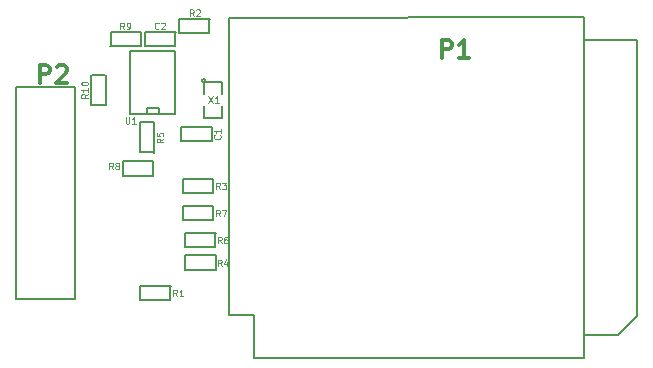
<source format=gto>
G04 (created by PCBNEW-RS274X (2011-11-27 BZR 3249)-stable) date 21/02/2012 2:28:41 p.m.*
G01*
G70*
G90*
%MOIN*%
G04 Gerber Fmt 3.4, Leading zero omitted, Abs format*
%FSLAX34Y34*%
G04 APERTURE LIST*
%ADD10C,0.006000*%
%ADD11C,0.005000*%
%ADD12C,0.004300*%
%ADD13C,0.011800*%
%ADD14C,0.012000*%
G04 APERTURE END LIST*
G54D10*
G54D11*
X30427Y-23322D02*
X30426Y-23331D01*
X30423Y-23341D01*
X30418Y-23349D01*
X30412Y-23357D01*
X30404Y-23363D01*
X30396Y-23368D01*
X30387Y-23370D01*
X30377Y-23371D01*
X30368Y-23371D01*
X30359Y-23368D01*
X30350Y-23363D01*
X30343Y-23357D01*
X30336Y-23350D01*
X30332Y-23341D01*
X30329Y-23332D01*
X30328Y-23322D01*
X30328Y-23313D01*
X30331Y-23304D01*
X30335Y-23295D01*
X30342Y-23288D01*
X30349Y-23281D01*
X30357Y-23277D01*
X30367Y-23274D01*
X30376Y-23273D01*
X30385Y-23273D01*
X30395Y-23276D01*
X30403Y-23280D01*
X30411Y-23286D01*
X30417Y-23294D01*
X30422Y-23302D01*
X30425Y-23311D01*
X30426Y-23321D01*
X30427Y-23322D01*
X30377Y-23772D02*
X30377Y-23372D01*
X30377Y-23372D02*
X30977Y-23372D01*
X30977Y-23372D02*
X30977Y-23772D01*
X30977Y-24172D02*
X30977Y-24572D01*
X30977Y-24572D02*
X30377Y-24572D01*
X30377Y-24572D02*
X30377Y-24172D01*
X29381Y-24452D02*
X29431Y-24452D01*
X29431Y-24452D02*
X29431Y-22352D01*
X27931Y-22352D02*
X27931Y-24452D01*
X27931Y-24452D02*
X29381Y-24452D01*
X28481Y-24452D02*
X28481Y-24252D01*
X28481Y-24252D02*
X28881Y-24252D01*
X28881Y-24252D02*
X28881Y-24452D01*
X27931Y-22352D02*
X29431Y-22352D01*
X28292Y-21697D02*
X27288Y-21697D01*
X27268Y-22169D02*
X28292Y-22169D01*
X28292Y-22169D02*
X28292Y-21697D01*
X27279Y-22165D02*
X27279Y-21705D01*
X29634Y-25354D02*
X30638Y-25354D01*
X30658Y-24882D02*
X29634Y-24882D01*
X29634Y-24882D02*
X29634Y-25354D01*
X30647Y-24886D02*
X30647Y-25346D01*
X28417Y-22169D02*
X29421Y-22169D01*
X29441Y-21697D02*
X28417Y-21697D01*
X28417Y-21697D02*
X28417Y-22169D01*
X29430Y-21701D02*
X29430Y-22161D01*
X44824Y-31172D02*
X44824Y-21992D01*
X44824Y-21992D02*
X43064Y-21992D01*
X44184Y-31812D02*
X43084Y-31812D01*
X44184Y-31812D02*
X44824Y-31172D01*
X43064Y-21212D02*
X43064Y-32592D01*
X43064Y-32592D02*
X32064Y-32592D01*
X32064Y-32592D02*
X32064Y-32412D01*
X31204Y-21232D02*
X43064Y-21212D01*
X32064Y-32392D02*
X32064Y-31132D01*
X32064Y-31132D02*
X31204Y-31132D01*
X31204Y-31132D02*
X31204Y-21232D01*
X28256Y-30645D02*
X29260Y-30645D01*
X29280Y-30173D02*
X28256Y-30173D01*
X28256Y-30173D02*
X28256Y-30645D01*
X29269Y-30177D02*
X29269Y-30637D01*
X29547Y-21740D02*
X30551Y-21740D01*
X30571Y-21268D02*
X29547Y-21268D01*
X29547Y-21268D02*
X29547Y-21740D01*
X30560Y-21272D02*
X30560Y-21732D01*
X30701Y-26618D02*
X29697Y-26618D01*
X29677Y-27090D02*
X30701Y-27090D01*
X30701Y-27090D02*
X30701Y-26618D01*
X29688Y-27086D02*
X29688Y-26626D01*
X30772Y-29158D02*
X29768Y-29158D01*
X29748Y-29630D02*
X30772Y-29630D01*
X30772Y-29630D02*
X30772Y-29158D01*
X29759Y-29626D02*
X29759Y-29166D01*
X28252Y-24705D02*
X28252Y-25709D01*
X28724Y-25729D02*
X28724Y-24705D01*
X28724Y-24705D02*
X28252Y-24705D01*
X28720Y-25718D02*
X28260Y-25718D01*
X29748Y-28870D02*
X30752Y-28870D01*
X30772Y-28398D02*
X29748Y-28398D01*
X29748Y-28398D02*
X29748Y-28870D01*
X30761Y-28402D02*
X30761Y-28862D01*
X29677Y-27980D02*
X30681Y-27980D01*
X30701Y-27508D02*
X29677Y-27508D01*
X29677Y-27508D02*
X29677Y-27980D01*
X30690Y-27512D02*
X30690Y-27972D01*
X27673Y-26496D02*
X28677Y-26496D01*
X28697Y-26024D02*
X27673Y-26024D01*
X27673Y-26024D02*
X27673Y-26496D01*
X28686Y-26028D02*
X28686Y-26488D01*
X27106Y-24158D02*
X27106Y-23154D01*
X26634Y-23134D02*
X26634Y-24158D01*
X26634Y-24158D02*
X27106Y-24158D01*
X26638Y-23145D02*
X27098Y-23145D01*
X24130Y-30619D02*
X24130Y-29044D01*
X26098Y-29044D02*
X26098Y-30619D01*
X24130Y-28257D02*
X24130Y-29045D01*
X26098Y-28257D02*
X26098Y-29045D01*
X24130Y-28257D02*
X24130Y-23533D01*
X24130Y-23533D02*
X26098Y-23533D01*
X26098Y-23533D02*
X26098Y-28257D01*
X26098Y-30620D02*
X24130Y-30620D01*
G54D12*
X30532Y-23858D02*
X30677Y-24075D01*
X30677Y-23858D02*
X30532Y-24075D01*
X30873Y-24075D02*
X30749Y-24075D01*
X30811Y-24075D02*
X30811Y-23858D01*
X30791Y-23889D01*
X30770Y-23910D01*
X30749Y-23920D01*
X27776Y-24547D02*
X27776Y-24723D01*
X27786Y-24744D01*
X27796Y-24754D01*
X27817Y-24764D01*
X27858Y-24764D01*
X27879Y-24754D01*
X27889Y-24744D01*
X27900Y-24723D01*
X27900Y-24547D01*
X28116Y-24764D02*
X27992Y-24764D01*
X28054Y-24764D02*
X28054Y-24547D01*
X28034Y-24578D01*
X28013Y-24599D01*
X27992Y-24609D01*
X27724Y-21611D02*
X27651Y-21508D01*
X27600Y-21611D02*
X27600Y-21394D01*
X27682Y-21394D01*
X27703Y-21405D01*
X27713Y-21415D01*
X27724Y-21436D01*
X27724Y-21467D01*
X27713Y-21487D01*
X27703Y-21498D01*
X27682Y-21508D01*
X27600Y-21508D01*
X27827Y-21611D02*
X27868Y-21611D01*
X27889Y-21601D01*
X27899Y-21591D01*
X27920Y-21560D01*
X27930Y-21518D01*
X27930Y-21436D01*
X27920Y-21415D01*
X27910Y-21405D01*
X27889Y-21394D01*
X27848Y-21394D01*
X27827Y-21405D01*
X27817Y-21415D01*
X27806Y-21436D01*
X27806Y-21487D01*
X27817Y-21508D01*
X27827Y-21518D01*
X27848Y-21529D01*
X27889Y-21529D01*
X27910Y-21518D01*
X27920Y-21508D01*
X27930Y-21487D01*
X30921Y-25146D02*
X30931Y-25157D01*
X30941Y-25188D01*
X30941Y-25208D01*
X30931Y-25239D01*
X30910Y-25260D01*
X30890Y-25270D01*
X30848Y-25281D01*
X30817Y-25281D01*
X30776Y-25270D01*
X30755Y-25260D01*
X30735Y-25239D01*
X30724Y-25208D01*
X30724Y-25188D01*
X30735Y-25157D01*
X30745Y-25146D01*
X30941Y-24940D02*
X30941Y-25064D01*
X30941Y-25002D02*
X30724Y-25002D01*
X30755Y-25022D01*
X30776Y-25043D01*
X30786Y-25064D01*
X28874Y-21591D02*
X28863Y-21601D01*
X28832Y-21611D01*
X28812Y-21611D01*
X28781Y-21601D01*
X28760Y-21580D01*
X28750Y-21560D01*
X28739Y-21518D01*
X28739Y-21487D01*
X28750Y-21446D01*
X28760Y-21425D01*
X28781Y-21405D01*
X28812Y-21394D01*
X28832Y-21394D01*
X28863Y-21405D01*
X28874Y-21415D01*
X28956Y-21415D02*
X28967Y-21405D01*
X28987Y-21394D01*
X29039Y-21394D01*
X29060Y-21405D01*
X29070Y-21415D01*
X29080Y-21436D01*
X29080Y-21456D01*
X29070Y-21487D01*
X28946Y-21611D01*
X29080Y-21611D01*
G54D13*
X38312Y-22566D02*
X38312Y-21975D01*
X38537Y-21975D01*
X38593Y-22003D01*
X38621Y-22031D01*
X38649Y-22087D01*
X38649Y-22172D01*
X38621Y-22228D01*
X38593Y-22256D01*
X38537Y-22284D01*
X38312Y-22284D01*
X39212Y-22566D02*
X38875Y-22566D01*
X39043Y-22566D02*
X39043Y-21975D01*
X38987Y-22059D01*
X38931Y-22115D01*
X38875Y-22144D01*
G54D12*
X29488Y-30516D02*
X29415Y-30413D01*
X29364Y-30516D02*
X29364Y-30299D01*
X29446Y-30299D01*
X29467Y-30310D01*
X29477Y-30320D01*
X29488Y-30341D01*
X29488Y-30372D01*
X29477Y-30392D01*
X29467Y-30403D01*
X29446Y-30413D01*
X29364Y-30413D01*
X29694Y-30516D02*
X29570Y-30516D01*
X29632Y-30516D02*
X29632Y-30299D01*
X29612Y-30330D01*
X29591Y-30351D01*
X29570Y-30361D01*
X30043Y-21174D02*
X29970Y-21071D01*
X29919Y-21174D02*
X29919Y-20957D01*
X30001Y-20957D01*
X30022Y-20968D01*
X30032Y-20978D01*
X30043Y-20999D01*
X30043Y-21030D01*
X30032Y-21050D01*
X30022Y-21061D01*
X30001Y-21071D01*
X29919Y-21071D01*
X30125Y-20978D02*
X30136Y-20968D01*
X30156Y-20957D01*
X30208Y-20957D01*
X30229Y-20968D01*
X30239Y-20978D01*
X30249Y-20999D01*
X30249Y-21019D01*
X30239Y-21050D01*
X30115Y-21174D01*
X30249Y-21174D01*
X30920Y-26949D02*
X30847Y-26846D01*
X30796Y-26949D02*
X30796Y-26732D01*
X30878Y-26732D01*
X30899Y-26743D01*
X30909Y-26753D01*
X30920Y-26774D01*
X30920Y-26805D01*
X30909Y-26825D01*
X30899Y-26836D01*
X30878Y-26846D01*
X30796Y-26846D01*
X30992Y-26732D02*
X31126Y-26732D01*
X31054Y-26815D01*
X31085Y-26815D01*
X31106Y-26825D01*
X31116Y-26836D01*
X31126Y-26856D01*
X31126Y-26908D01*
X31116Y-26929D01*
X31106Y-26939D01*
X31085Y-26949D01*
X31023Y-26949D01*
X31002Y-26939D01*
X30992Y-26929D01*
X30976Y-29513D02*
X30903Y-29410D01*
X30852Y-29513D02*
X30852Y-29296D01*
X30934Y-29296D01*
X30955Y-29307D01*
X30965Y-29317D01*
X30976Y-29338D01*
X30976Y-29369D01*
X30965Y-29389D01*
X30955Y-29400D01*
X30934Y-29410D01*
X30852Y-29410D01*
X31162Y-29369D02*
X31162Y-29513D01*
X31110Y-29286D02*
X31058Y-29441D01*
X31193Y-29441D01*
X29036Y-25268D02*
X28933Y-25341D01*
X29036Y-25392D02*
X28819Y-25392D01*
X28819Y-25310D01*
X28830Y-25289D01*
X28840Y-25279D01*
X28861Y-25268D01*
X28892Y-25268D01*
X28912Y-25279D01*
X28923Y-25289D01*
X28933Y-25310D01*
X28933Y-25392D01*
X28819Y-25072D02*
X28819Y-25175D01*
X28923Y-25186D01*
X28912Y-25175D01*
X28902Y-25155D01*
X28902Y-25103D01*
X28912Y-25082D01*
X28923Y-25072D01*
X28943Y-25062D01*
X28995Y-25062D01*
X29016Y-25072D01*
X29026Y-25082D01*
X29036Y-25103D01*
X29036Y-25155D01*
X29026Y-25175D01*
X29016Y-25186D01*
X30971Y-28753D02*
X30898Y-28650D01*
X30847Y-28753D02*
X30847Y-28536D01*
X30929Y-28536D01*
X30950Y-28547D01*
X30960Y-28557D01*
X30971Y-28578D01*
X30971Y-28609D01*
X30960Y-28629D01*
X30950Y-28640D01*
X30929Y-28650D01*
X30847Y-28650D01*
X31157Y-28536D02*
X31115Y-28536D01*
X31095Y-28547D01*
X31084Y-28557D01*
X31064Y-28588D01*
X31053Y-28629D01*
X31053Y-28712D01*
X31064Y-28733D01*
X31074Y-28743D01*
X31095Y-28753D01*
X31136Y-28753D01*
X31157Y-28743D01*
X31167Y-28733D01*
X31177Y-28712D01*
X31177Y-28660D01*
X31167Y-28640D01*
X31157Y-28629D01*
X31136Y-28619D01*
X31095Y-28619D01*
X31074Y-28629D01*
X31064Y-28640D01*
X31053Y-28660D01*
X30917Y-27859D02*
X30844Y-27756D01*
X30793Y-27859D02*
X30793Y-27642D01*
X30875Y-27642D01*
X30896Y-27653D01*
X30906Y-27663D01*
X30917Y-27684D01*
X30917Y-27715D01*
X30906Y-27735D01*
X30896Y-27746D01*
X30875Y-27756D01*
X30793Y-27756D01*
X30989Y-27642D02*
X31134Y-27642D01*
X31041Y-27859D01*
X27354Y-26284D02*
X27281Y-26181D01*
X27230Y-26284D02*
X27230Y-26067D01*
X27312Y-26067D01*
X27333Y-26078D01*
X27343Y-26088D01*
X27354Y-26109D01*
X27354Y-26140D01*
X27343Y-26160D01*
X27333Y-26171D01*
X27312Y-26181D01*
X27230Y-26181D01*
X27478Y-26160D02*
X27457Y-26150D01*
X27447Y-26140D01*
X27436Y-26119D01*
X27436Y-26109D01*
X27447Y-26088D01*
X27457Y-26078D01*
X27478Y-26067D01*
X27519Y-26067D01*
X27540Y-26078D01*
X27550Y-26088D01*
X27560Y-26109D01*
X27560Y-26119D01*
X27550Y-26140D01*
X27540Y-26150D01*
X27519Y-26160D01*
X27478Y-26160D01*
X27457Y-26171D01*
X27447Y-26181D01*
X27436Y-26202D01*
X27436Y-26243D01*
X27447Y-26264D01*
X27457Y-26274D01*
X27478Y-26284D01*
X27519Y-26284D01*
X27540Y-26274D01*
X27550Y-26264D01*
X27560Y-26243D01*
X27560Y-26202D01*
X27550Y-26181D01*
X27540Y-26171D01*
X27519Y-26160D01*
X26516Y-23777D02*
X26413Y-23850D01*
X26516Y-23901D02*
X26299Y-23901D01*
X26299Y-23819D01*
X26310Y-23798D01*
X26320Y-23788D01*
X26341Y-23777D01*
X26372Y-23777D01*
X26392Y-23788D01*
X26403Y-23798D01*
X26413Y-23819D01*
X26413Y-23901D01*
X26516Y-23571D02*
X26516Y-23695D01*
X26516Y-23633D02*
X26299Y-23633D01*
X26330Y-23653D01*
X26351Y-23674D01*
X26361Y-23695D01*
X26299Y-23436D02*
X26299Y-23415D01*
X26310Y-23395D01*
X26320Y-23384D01*
X26341Y-23374D01*
X26382Y-23364D01*
X26434Y-23364D01*
X26475Y-23374D01*
X26496Y-23384D01*
X26506Y-23395D01*
X26516Y-23415D01*
X26516Y-23436D01*
X26506Y-23457D01*
X26496Y-23467D01*
X26475Y-23477D01*
X26434Y-23488D01*
X26382Y-23488D01*
X26341Y-23477D01*
X26320Y-23467D01*
X26310Y-23457D01*
X26299Y-23436D01*
G54D14*
X24908Y-23404D02*
X24908Y-22804D01*
X25136Y-22804D01*
X25194Y-22832D01*
X25222Y-22861D01*
X25251Y-22918D01*
X25251Y-23004D01*
X25222Y-23061D01*
X25194Y-23090D01*
X25136Y-23118D01*
X24908Y-23118D01*
X25479Y-22861D02*
X25508Y-22832D01*
X25565Y-22804D01*
X25708Y-22804D01*
X25765Y-22832D01*
X25794Y-22861D01*
X25822Y-22918D01*
X25822Y-22975D01*
X25794Y-23061D01*
X25451Y-23404D01*
X25822Y-23404D01*
M02*

</source>
